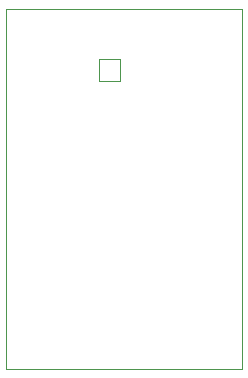
<source format=gbr>
%TF.GenerationSoftware,KiCad,Pcbnew,9.0.1+dfsg-1*%
%TF.CreationDate,2025-05-01T11:06:44+02:00*%
%TF.ProjectId,solar-and-dc-connectors,736f6c61-722d-4616-9e64-2d64632d636f,rev?*%
%TF.SameCoordinates,Original*%
%TF.FileFunction,Profile,NP*%
%FSLAX46Y46*%
G04 Gerber Fmt 4.6, Leading zero omitted, Abs format (unit mm)*
G04 Created by KiCad (PCBNEW 9.0.1+dfsg-1) date 2025-05-01 11:06:44*
%MOMM*%
%LPD*%
G01*
G04 APERTURE LIST*
%TA.AperFunction,Profile*%
%ADD10C,0.050000*%
%TD*%
%TA.AperFunction,Profile*%
%ADD11C,0.010000*%
%TD*%
G04 APERTURE END LIST*
D10*
%TO.C,M1*%
X53373000Y-29083000D02*
X53373000Y-59563000D01*
X53373000Y-29083000D02*
X73373000Y-29083000D01*
X53373000Y-59563000D02*
X73373000Y-59563000D01*
X73373000Y-29083000D02*
X73373000Y-59563000D01*
D11*
%TO.C,J2*%
X61220000Y-33374000D02*
X63020000Y-33374000D01*
X61220000Y-35174000D02*
X61220000Y-33374000D01*
X63020000Y-33374000D02*
X63020000Y-35174000D01*
X63020000Y-35174000D02*
X61220000Y-35174000D01*
%TD*%
M02*

</source>
